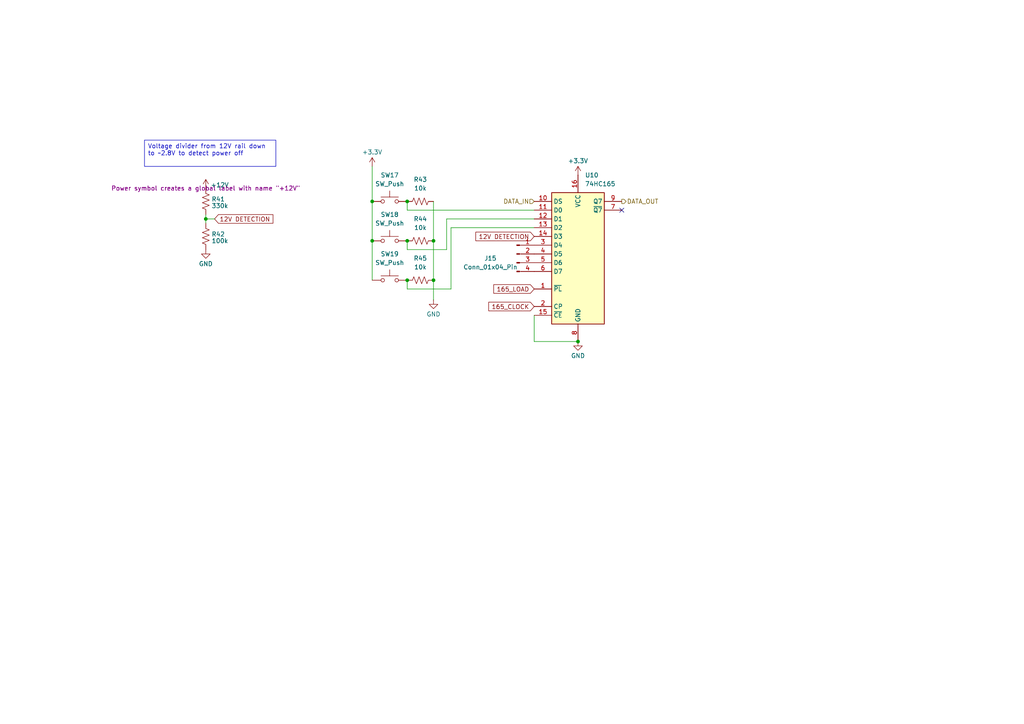
<source format=kicad_sch>
(kicad_sch (version 20250114) (generator "eeschema") (generator_version "9.0")
  (paper "A4")
  (lib_symbols
    (symbol "74xx:74HC165"
      (property "Reference" "U" (at -7.62 19.05 0))
      (property "Value" "74HC165" (at -7.62 -21.59 0))
      (symbol "74HC165_1_0"
        (pin input line (at -12.7 15.24 0) (length 5.08) (name "DS") (number "10"))
        (pin input line (at -12.7 12.7 0) (length 5.08) (name "D0") (number "11"))
        (pin input line (at -12.7 10.16 0) (length 5.08) (name "D1") (number "12"))
        (pin input line (at -12.7 7.62 0) (length 5.08) (name "D2") (number "13"))
        (pin input line (at -12.7 5.08 0) (length 5.08) (name "D3") (number "14"))
        (pin input line (at -12.7 2.54 0) (length 5.08) (name "D4") (number "3"))
        (pin input line (at -12.7 0 0) (length 5.08) (name "D5") (number "4"))
        (pin input line (at -12.7 -2.54 0) (length 5.08) (name "D6") (number "5"))
        (pin input line (at -12.7 -5.08 0) (length 5.08) (name "D7") (number "6"))
        (pin input line (at -12.7 -10.16 0) (length 5.08) (name "~{PL}") (number "1"))
        (pin input line (at -12.7 -15.24 0) (length 5.08) (name "CP") (number "2"))
        (pin input line (at -12.7 -17.78 0) (length 5.08) (name "~{CE}") (number "15"))
        (pin power_in line (at 0 22.86 270) (length 5.08) (name "VCC") (number "16"))
        (pin power_in line (at 0 -25.4 90) (length 5.08) (name "GND") (number "8"))
        (pin output line (at 12.7 15.24 180) (length 5.08) (name "Q7") (number "9"))
        (pin output line (at 12.7 12.7 180) (length 5.08) (name "~{Q7}") (number "7"))
      )
      (symbol "74HC165_1_1"
        (rectangle (start -7.62 17.78) (end 7.62 -20.32) (stroke (width 0.254)) (fill (type background)))
      )
    )
    (symbol "Connector:Conn_01x04_Pin" (pin_names (offset 1.016) (hide yes))
      (property "Reference" "J" (at 0 5.08 0))
      (property "Value" "Conn_01x04_Pin" (at 0 -7.62 0))
      (symbol "Conn_01x04_Pin_1_1"
        (rectangle (start 0.8636 2.667) (end 0 2.413) (stroke (width 0.1524)) (fill (type outline)))
        (rectangle (start 0.8636 0.127) (end 0 -0.127) (stroke (width 0.1524)) (fill (type outline)))
        (rectangle (start 0.8636 -2.413) (end 0 -2.667) (stroke (width 0.1524)) (fill (type outline)))
        (rectangle (start 0.8636 -4.953) (end 0 -5.207) (stroke (width 0.1524)) (fill (type outline)))
        (polyline (pts (xy 1.27 2.54) (xy 0.8636 2.54)) (stroke (width 0.1524)))
        (polyline (pts (xy 1.27 0) (xy 0.8636 0)) (stroke (width 0.1524)))
        (polyline (pts (xy 1.27 -2.54) (xy 0.8636 -2.54)) (stroke (width 0.1524)))
        (polyline (pts (xy 1.27 -5.08) (xy 0.8636 -5.08)) (stroke (width 0.1524)))
        (pin passive line (at 5.08 2.54 180) (length 3.81) (name "Pin_1") (number "1"))
        (pin passive line (at 5.08 0 180) (length 3.81) (name "Pin_2") (number "2"))
        (pin passive line (at 5.08 -2.54 180) (length 3.81) (name "Pin_3") (number "3"))
        (pin passive line (at 5.08 -5.08 180) (length 3.81) (name "Pin_4") (number "4"))
      )
    )
    (symbol "Device:R_US" (pin_numbers (hide yes)) (pin_names (offset 0))
      (property "Reference" "R" (at 2.54 0 90))
      (property "Value" "R_US" (at -2.54 0 90))
      (symbol "R_US_0_1"
        (polyline (pts (xy 0 2.286) (xy 0 2.54)))
        (polyline (pts (xy 0 2.286) (xy 1.016 1.905) (xy 0 1.524) (xy -1.016 1.143) (xy 0 0.762)))
        (polyline (pts (xy 0 0.762) (xy 1.016 0.381) (xy 0 0) (xy -1.016 -0.381) (xy 0 -0.762)))
        (polyline (pts (xy 0 -0.762) (xy 1.016 -1.143) (xy 0 -1.524) (xy -1.016 -1.905) (xy 0 -2.286)))
        (polyline (pts (xy 0 -2.286) (xy 0 -2.54)))
      )
      (symbol "R_US_1_1"
        (pin passive line (at 0 3.81 270) (length 1.27) (name "~") (number "1"))
        (pin passive line (at 0 -3.81 90) (length 1.27) (name "~") (number "2"))
      )
    )
    (symbol "Switch:SW_Push" (pin_numbers (hide yes)) (pin_names (offset 1.016) (hide yes))
      (property "Reference" "SW" (at 1.27 2.54 0))
      (property "Value" "SW_Push" (at 0 -1.524 0))
      (symbol "SW_Push_0_1"
        (circle (center -2.032 0) (radius 0.508))
        (polyline (pts (xy 0 1.27) (xy 0 3.048)))
        (circle (center 2.032 0) (radius 0.508))
        (polyline (pts (xy 2.54 1.27) (xy -2.54 1.27)))
        (pin passive line (at -5.08 0 0) (length 2.54) (name "1") (number "1"))
        (pin passive line (at 5.08 0 180) (length 2.54) (name "2") (number "2"))
      )
    )
    (symbol "power:+12V" (power) (pin_numbers (hide yes)) (pin_names (offset 0) (hide yes))
      (property "Value" "+12V" (at 0 3.556 0))
      (symbol "+12V_0_1"
        (polyline (pts (xy -0.762 1.27) (xy 0 2.54)))
        (polyline (pts (xy 0 2.54) (xy 0.762 1.27)))
        (polyline (pts (xy 0 0) (xy 0 2.54)))
      )
      (symbol "+12V_1_1"
        (pin power_in line (at 0 0 90) (length 0) (name "~") (number "1"))
      )
    )
    (symbol "power:+3.3V" (power) (pin_numbers (hide yes)) (pin_names (offset 0) (hide yes))
      (property "Value" "+3.3V" (at 0 3.556 0))
      (symbol "+3.3V_0_1"
        (polyline (pts (xy -0.762 1.27) (xy 0 2.54)))
        (polyline (pts (xy 0 2.54) (xy 0.762 1.27)))
        (polyline (pts (xy 0 0) (xy 0 2.54)))
      )
      (symbol "+3.3V_1_1"
        (pin power_in line (at 0 0 90) (length 0) (name "~") (number "1"))
      )
    )
    (symbol "power:GND" (power) (pin_numbers (hide yes)) (pin_names (offset 0) (hide yes))
      (property "Value" "GND" (at 0 -3.81 0))
      (symbol "GND_0_1"
        (polyline (pts (xy 0 0) (xy 0 -1.27) (xy 1.27 -1.27) (xy 0 -2.54) (xy -1.27 -1.27) (xy 0 -1.27)))
      )
      (symbol "GND_1_1"
        (pin power_in line (at 0 0 270) (length 0) (name "~") (number "1"))
      )
    )
  )
  (text_box "Voltage divider from 12V rail down to ~2.8V to detect power off" (at 41.91 40.64 0) (size 38.1 7.62) (margins 0.9525 0.9525 0.9525 0.9525) (effects (font (size 1.27 1.27)) (justify left top)))
  (junction (at 118.11 69.85))
  (junction (at 107.95 69.85))
  (junction (at 125.73 69.85))
  (junction (at 167.64 99.06))
  (junction (at 125.73 81.28))
  (junction (at 118.11 58.42))
  (junction (at 107.95 58.42))
  (junction (at 59.69 63.5))
  (junction (at 118.11 81.28))
  (no_connect (at 180.34 60.96))
  (wire (pts (xy 125.73 58.42) (xy 125.73 69.85)))
  (wire (pts (xy 125.73 69.85) (xy 125.73 81.28)))
  (wire (pts (xy 129.54 72.39) (xy 129.54 63.5)))
  (wire (pts (xy 154.94 91.44) (xy 154.94 99.06)))
  (wire (pts (xy 130.81 66.04) (xy 130.81 83.82)))
  (wire (pts (xy 118.11 60.96) (xy 154.94 60.96)))
  (wire (pts (xy 107.95 48.26) (xy 107.95 58.42)))
  (wire (pts (xy 154.94 66.04) (xy 130.81 66.04)))
  (wire (pts (xy 118.11 72.39) (xy 129.54 72.39)))
  (wire (pts (xy 118.11 69.85) (xy 118.11 72.39)))
  (wire (pts (xy 59.69 63.5) (xy 62.23 63.5)))
  (wire (pts (xy 107.95 69.85) (xy 107.95 81.28)))
  (wire (pts (xy 107.95 58.42) (xy 107.95 69.85)))
  (wire (pts (xy 125.73 81.28) (xy 125.73 86.995)))
  (wire (pts (xy 59.69 63.5) (xy 59.69 64.77)))
  (wire (pts (xy 118.11 58.42) (xy 118.11 60.96)))
  (wire (pts (xy 130.81 83.82) (xy 118.11 83.82)))
  (wire (pts (xy 59.69 62.23) (xy 59.69 63.5)))
  (wire (pts (xy 118.11 83.82) (xy 118.11 81.28)))
  (wire (pts (xy 129.54 63.5) (xy 154.94 63.5)))
  (wire (pts (xy 154.94 99.06) (xy 167.64 99.06)))
  (global_label "12V DETECTION" (shape input) (at 62.23 63.5 0) (property "Intersheetrefs" "${INTERSHEET_REFS}" (effects (hide yes))))
  (global_label "165_CLOCK" (shape input) (at 154.94 88.9 180) (property "Intersheetrefs" "${INTERSHEET_REFS}" (effects (hide yes))))
  (global_label "12V DETECTION" (shape input) (at 154.94 68.58 180) (property "Intersheetrefs" "${INTERSHEET_REFS}" (effects (hide yes))))
  (global_label "165_LOAD" (shape input) (at 154.94 83.82 180) (property "Intersheetrefs" "${INTERSHEET_REFS}" (effects (hide yes))))
  (hierarchical_label "DATA_IN" (shape input) (at 154.94 58.42 180))
  (hierarchical_label "DATA_OUT" (shape output) (at 180.34 58.42 0))
  (symbol (lib_id "74xx:74HC165") (at 167.64 73.66 0) (unit 1)
    (property "Reference" "U10" (at 169.6594 50.8 0) (effects (justify left)))
    (property "Value" "74HC165" (at 169.6594 53.34 0) (effects (justify left)))
    (property "Footprint" "Package_SO:SOIC-16_3.9x9.9mm_P1.27mm" (effects (hide yes)))
    (property "Datasheet" "https://assets.nexperia.com/documents/data-sheet/74HC_HCT165.pdf" (effects (hide yes)))
    (instances (project "dk2_04_top" (path "" (reference "U10") (unit 1)) (path "" (reference "U5") (unit 1)) (path "" (reference "U4") (unit 1))))
  )
  (symbol (lib_id "Connector:Conn_01x04_Pin") (at 149.86 73.66 0) (unit 1)
    (property "Reference" "J15" (at 142.24 74.93 0))
    (property "Value" "Conn_01x04_Pin" (at 142.24 77.47 0))
    (property "Footprint" "Connector_PinHeader_2.54mm:PinHeader_1x04_P2.54mm_Vertical" (effects (hide yes)))
  )
  (symbol (lib_id "Switch:SW_Push") (at 113.03 81.28 0) (unit 1)
    (property "Reference" "SW19" (at 113.03 73.66 0))
    (property "Value" "SW_Push" (at 113.03 76.2 0))
    (property "Footprint" "Button_Switch_THT:SW_PUSH_6mm" (effects (hide yes)))
    (instances (project "dk2_04_top" (path "" (reference "SW19") (unit 1)) (path "" (reference "SW13") (unit 1)) (path "" (reference "SW5") (unit 1))))
  )
  (symbol (lib_id "Device:R_US") (at 121.92 69.85 90) (unit 1)
    (property "Reference" "R44" (at 121.92 63.5 90))
    (property "Value" "10k" (at 121.92 66.04 90))
    (property "Footprint" "Resistor_SMD:R_0603_1608Metric" (effects (hide yes)))
    (instances (project "dk2_04_top" (path "" (reference "R44") (unit 1)) (path "" (reference "R22") (unit 1)) (path "" (reference "R14") (unit 1))))
  )
  (symbol (lib_id "Device:R_US") (at 121.92 58.42 90) (unit 1)
    (property "Reference" "R43" (at 121.92 52.07 90))
    (property "Value" "10k" (at 121.92 54.61 90))
    (property "Footprint" "Resistor_SMD:R_0603_1608Metric" (effects (hide yes)))
    (instances (project "dk2_04_top" (path "" (reference "R43") (unit 1)) (path "" (reference "R21") (unit 1)) (path "" (reference "R13") (unit 1))))
  )
  (symbol (lib_id "Switch:SW_Push") (at 113.03 69.85 0) (unit 1)
    (property "Reference" "SW18" (at 113.03 62.23 0))
    (property "Value" "SW_Push" (at 113.03 64.77 0))
    (property "Footprint" "Button_Switch_THT:SW_PUSH_6mm" (effects (hide yes)))
    (instances (project "dk2_04_top" (path "" (reference "SW18") (unit 1)) (path "" (reference "SW12") (unit 1)) (path "" (reference "SW4") (unit 1))))
  )
  (symbol (lib_id "power:+3.3V") (at 107.95 48.26 0) (unit 1)
    (property "Reference" "#PWR058" (effects (hide yes)))
    (property "Value" "+3.3V" (at 107.95 44.1269 0))
    (property "Description" "Power symbol creates a global label with name \"+3.3V\"" (effects (hide yes)))
    (instances (project "dk2_04_top" (path "" (reference "#PWR058") (unit 1)) (path "" (reference "#PWR032") (unit 1)) (path "" (reference "#PWR028") (unit 1))))
  )
  (symbol (lib_id "Device:R_US") (at 121.92 81.28 90) (unit 1)
    (property "Reference" "R45" (at 121.92 74.93 90))
    (property "Value" "10k" (at 121.92 77.47 90))
    (property "Footprint" "Resistor_SMD:R_0603_1608Metric" (effects (hide yes)))
    (instances (project "dk2_04_top" (path "" (reference "R45") (unit 1)) (path "" (reference "R23") (unit 1)) (path "" (reference "R15") (unit 1))))
  )
  (symbol (lib_id "power:GND") (at 125.73 86.995 0) (unit 1)
    (property "Reference" "#PWR059" (effects (hide yes)))
    (property "Value" "GND" (at 125.73 91.1281 0))
    (property "Description" "Power symbol creates a global label with name \"GND\" , ground" (effects (hide yes)))
    (instances (project "dk2_04_top" (path "" (reference "#PWR059") (unit 1)) (path "" (reference "#PWR033") (unit 1)) (path "" (reference "#PWR029") (unit 1))))
  )
  (symbol (lib_id "Device:R_US") (at 59.69 68.58 180) (unit 1)
    (property "Reference" "R42" (at 61.341 67.9363 0) (effects (justify right)))
    (property "Value" "100k" (at 61.341 69.8573 0) (effects (justify right)))
    (property "Footprint" "Resistor_SMD:R_0603_1608Metric" (effects (hide yes)))
    (instances (project "dk2_04_top" (path "" (reference "R42") (unit 1)) (path "" (reference "R22") (unit 1)) (path "" (reference "R14") (unit 1))))
  )
  (symbol (lib_id "power:GND") (at 59.69 72.39 0) (unit 1)
    (property "Reference" "#PWR057" (effects (hide yes)))
    (property "Value" "GND" (at 59.69 76.5231 0))
    (property "Description" "Power symbol creates a global label with name \"GND\" , ground" (effects (hide yes)))
    (instances (project "dk2_04_top" (path "" (reference "#PWR057") (unit 1)) (path "" (reference "#PWR033") (unit 1)) (path "" (reference "#PWR029") (unit 1))))
  )
  (symbol (lib_id "Device:R_US") (at 59.69 58.42 180) (unit 1)
    (property "Reference" "R41" (at 61.341 57.7763 0) (effects (justify right)))
    (property "Value" "330k" (at 61.341 59.6973 0) (effects (justify right)))
    (property "Footprint" "Resistor_SMD:R_0603_1608Metric" (effects (hide yes)))
    (instances (project "dk2_04_top" (path "" (reference "R41") (unit 1)) (path "" (reference "R21") (unit 1)) (path "" (reference "R13") (unit 1))))
  )
  (symbol (lib_id "power:+3.3V") (at 167.64 50.8 0) (unit 1)
    (property "Reference" "#PWR060" (effects (hide yes)))
    (property "Value" "+3.3V" (at 167.64 46.6669 0))
    (property "Description" "Power symbol creates a global label with name \"+3.3V\"" (effects (hide yes)))
    (instances (project "dk2_04_top" (path "" (reference "#PWR?") (unit 1)) (path "" (reference "#PWR060") (unit 1)) (path "" (reference "#PWR034") (unit 1)) (path "" (reference "#PWR030") (unit 1))))
  )
  (symbol (lib_id "power:GND") (at 167.64 99.06 0) (unit 1)
    (property "Reference" "#PWR061" (effects (hide yes)))
    (property "Value" "GND" (at 167.64 103.1931 0))
    (property "Description" "Power symbol creates a global label with name \"GND\" , ground" (effects (hide yes)))
    (instances (project "dk2_04_top" (path "" (reference "#PWR061") (unit 1)) (path "" (reference "#PWR035") (unit 1)) (path "" (reference "#PWR031") (unit 1))))
  )
  (symbol (lib_id "power:+12V") (at 59.69 54.61 0) (unit 1)
    (property "Reference" "#PWR056" (effects (hide yes)))
    (property "Value" "+12V" (at 61.087 53.6568 0) (effects (justify left)))
    (property "Description" "Power symbol creates a global label with name \"+12V\"" (at 59.69 54.61 0))
    (instances (project "dk2_04_top" (path "" (reference "#PWR012") (unit 1)) (path "" (reference "#PWR056") (unit 1))))
  )
  (symbol (lib_id "Switch:SW_Push") (at 113.03 58.42 0) (unit 1)
    (property "Reference" "SW17" (at 113.03 50.8 0))
    (property "Value" "SW_Push" (at 113.03 53.34 0))
    (property "Footprint" "Button_Switch_THT:SW_PUSH_6mm" (effects (hide yes)))
    (instances (project "dk2_04_top" (path "" (reference "SW17") (unit 1)) (path "" (reference "SW11") (unit 1)) (path "" (reference "SW3") (unit 1))))
  )
)
</source>
